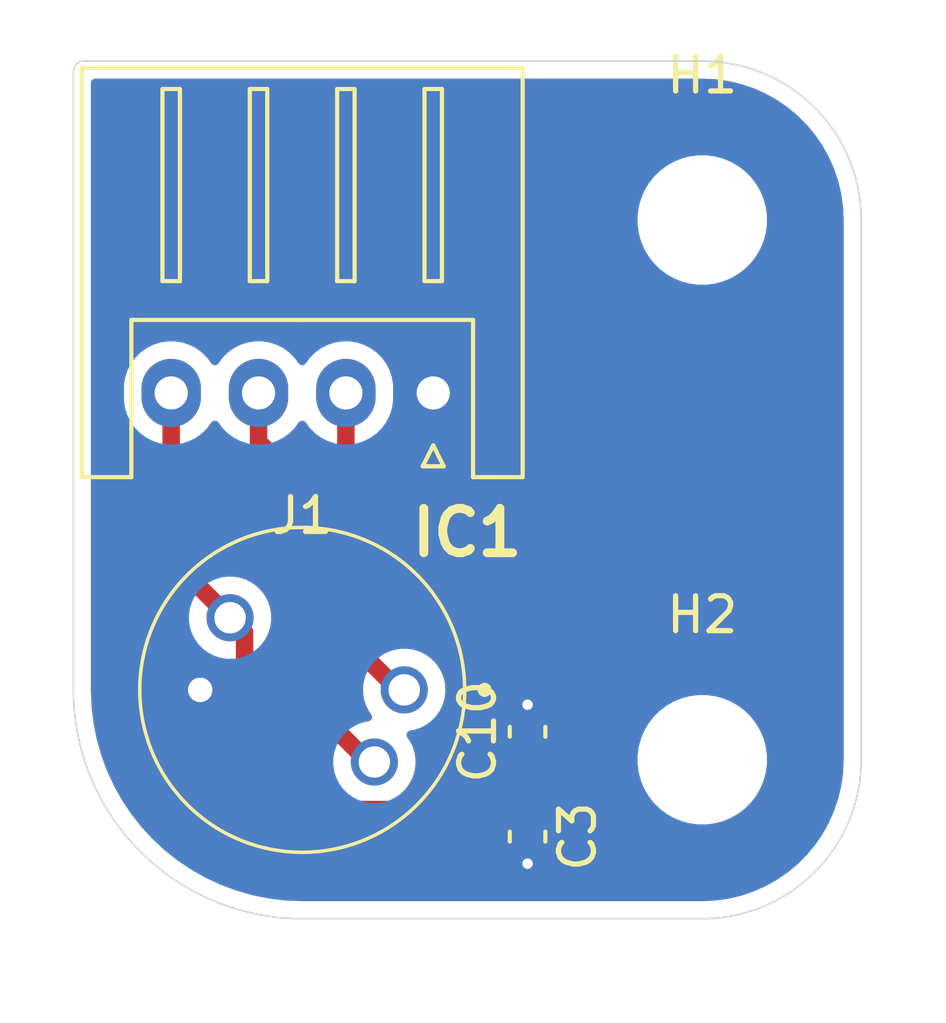
<source format=kicad_pcb>
(kicad_pcb (version 20241229) (generator "pcbnew") (generator_version "9.0")
  (layers (0 "F.Cu" signal) (2 "B.Cu" signal) (13 "F.Paste" user) (15 "B.Paste" user) (5 "F.SilkS" user "F.Silkscreen") (7 "B.SilkS" user "B.Silkscreen") (1 "F.Mask" user) (3 "B.Mask" user) (25 "Edge.Cuts" user))
  (net 0 "")
  (net 1 "VCC")
  (net 2 "Net-(IC1-SCL)")
  (net 3 "GND")
  (net 4 "Net-(IC1-SDA)")
  (footprint "SDM_MiscFootprint:MLX90640ESFBAB000SP" (layer "F.Cu") (at 50.17 100 180)
    (property "Reference" "IC1" (at -1.8 4.5 180) (layer "F.SilkS") (effects (font (size 1.27 1.27) (thickness 0.254))))
    (property "Value" "MLX90640ESF-BAB-000-SP" (hide yes))
    (fp_line (start 7.57 0) (end 7.57 0) (stroke (width 0.1)) (layer "F.SilkS"))
    (fp_line (start -1.73 0) (end -1.73 0) (stroke (width 0.1)) (layer "F.SilkS"))
    (fp_line (start -2.3 0.1) (end -2.3 0.1) (stroke (width 0.2)) (layer "F.SilkS"))
    (fp_line (start -2.3 -0.1) (end -2.3 -0.1) (stroke (width 0.2)) (layer "F.SilkS"))
    (fp_arc (start 7.57 0) (mid 2.92 4.65) (end -1.73 0) (stroke (width 0.1)) (layer "F.SilkS"))
    (fp_arc (start -1.73 0) (mid 2.92 -4.65) (end 7.57 0) (stroke (width 0.1)) (layer "F.SilkS"))
    (fp_arc (start -2.3 0.1) (mid -2.4 0) (end -2.3 -0.1) (stroke (width 0.2)) (layer "F.SilkS"))
    (fp_arc (start -2.3 -0.1) (mid -2.2 0) (end -2.3 0.1) (stroke (width 0.2)) (layer "F.SilkS"))
    (pad "1" thru_hole circle (at 0 0 180) (size 1.35 1.35) (drill 0.9) (layers "*.Cu" "*.Mask") (net 4 "Net-(IC1-SDA)"))
    (pad "2" thru_hole circle (at 4.985 2.065 180) (size 1.35 1.35) (drill 0.9) (layers "*.Cu" "*.Mask") (net 1 "VCC"))
    (pad "3" thru_hole circle (at 5.84 0 180) (size 1.2 1.2) (drill 0.7) (layers "*.Cu" "*.Mask") (net 3 "GND"))
    (pad "4" thru_hole circle (at 0.855 -2.065 180) (size 1.35 1.35) (drill 0.9) (layers "*.Cu" "*.Mask") (net 2 "Net-(IC1-SCL)"))
  )
  (footprint "Connector_JST:JST_XH_S4B-XH-A_1x04_P2.50mm_Horizontal" (layer "F.Cu") (at 51 91.5 180)
    (property "Reference" "J1" (at 3.75 -3.51 0) (layer "F.SilkS"))
    (property "Value" "Conn_01x04_Socket")
    (fp_line (start 10.06 9.31) (end 10.06 -2.41) (stroke (width 0.12)) (layer "F.SilkS"))
    (fp_line (start 10.06 -2.41) (end 8.64 -2.41) (stroke (width 0.12)) (layer "F.SilkS"))
    (fp_line (start 8.64 2.09) (end 3.75 2.09) (stroke (width 0.12)) (layer "F.SilkS"))
    (fp_line (start 8.64 -2.41) (end 8.64 2.09) (stroke (width 0.12)) (layer "F.SilkS"))
    (fp_line (start 7.75 8.7) (end 7.75 3.2) (stroke (width 0.12)) (layer "F.SilkS"))
    (fp_line (start 7.75 3.2) (end 7.25 3.2) (stroke (width 0.12)) (layer "F.SilkS"))
    (fp_line (start 7.25 8.7) (end 7.75 8.7) (stroke (width 0.12)) (layer "F.SilkS"))
    (fp_line (start 7.25 3.2) (end 7.25 8.7) (stroke (width 0.12)) (layer "F.SilkS"))
    (fp_line (start 5.25 8.7) (end 5.25 3.2) (stroke (width 0.12)) (layer "F.SilkS"))
    (fp_line (start 5.25 3.2) (end 4.75 3.2) (stroke (width 0.12)) (layer "F.SilkS"))
    (fp_line (start 4.75 8.7) (end 5.25 8.7) (stroke (width 0.12)) (layer "F.SilkS"))
    (fp_line (start 4.75 3.2) (end 4.75 8.7) (stroke (width 0.12)) (layer "F.SilkS"))
    (fp_line (start 3.75 9.31) (end 10.06 9.31) (stroke (width 0.12)) (layer "F.SilkS"))
    (fp_line (start 3.75 9.31) (end -2.56 9.31) (stroke (width 0.12)) (layer "F.SilkS"))
    (fp_line (start 2.75 8.7) (end 2.75 3.2) (stroke (width 0.12)) (layer "F.SilkS"))
    (fp_line (start 2.75 3.2) (end 2.25 3.2) (stroke (width 0.12)) (layer "F.SilkS"))
    (fp_line (start 2.25 8.7) (end 2.75 8.7) (stroke (width 0.12)) (layer "F.SilkS"))
    (fp_line (start 2.25 3.2) (end 2.25 8.7) (stroke (width 0.12)) (layer "F.SilkS"))
    (fp_line (start 0.3 -2.1) (end 0 -1.5) (stroke (width 0.12)) (layer "F.SilkS"))
    (fp_line (start 0.25 8.7) (end 0.25 3.2) (stroke (width 0.12)) (layer "F.SilkS"))
    (fp_line (start 0.25 3.2) (end -0.25 3.2) (stroke (width 0.12)) (layer "F.SilkS"))
    (fp_line (start 0 -1.5) (end -0.3 -2.1) (stroke (width 0.12)) (layer "F.SilkS"))
    (fp_line (start -0.25 8.7) (end 0.25 8.7) (stroke (width 0.12)) (layer "F.SilkS"))
    (fp_line (start -0.25 3.2) (end -0.25 8.7) (stroke (width 0.12)) (layer "F.SilkS"))
    (fp_line (start -0.3 -2.1) (end 0.3 -2.1) (stroke (width 0.12)) (layer "F.SilkS"))
    (fp_line (start -1.14 2.09) (end 3.75 2.09) (stroke (width 0.12)) (layer "F.SilkS"))
    (fp_line (start -1.14 -2.41) (end -1.14 2.09) (stroke (width 0.12)) (layer "F.SilkS"))
    (fp_line (start -2.56 9.31) (end -2.56 -2.41) (stroke (width 0.12)) (layer "F.SilkS"))
    (fp_line (start -2.56 -2.41) (end -1.14 -2.41) (stroke (width 0.12)) (layer "F.SilkS"))
    (pad "1" thru_hole roundrect (at 0 0 180) (size 1.7 1.95) (drill 0.95) (layers "*.Cu" "*.Mask") (roundrect_rratio 0.147059) (net 3 "GND"))
    (pad "2" thru_hole oval (at 2.5 0 180) (size 1.7 1.95) (drill 0.95) (layers "*.Cu" "*.Mask") (net 4 "Net-(IC1-SDA)"))
    (pad "3" thru_hole oval (at 5 0 180) (size 1.7 1.95) (drill 0.95) (layers "*.Cu" "*.Mask") (net 2 "Net-(IC1-SCL)"))
    (pad "4" thru_hole oval (at 7.5 0 180) (size 1.7 1.95) (drill 0.95) (layers "*.Cu" "*.Mask") (net 1 "VCC"))
  )
  (footprint "Capacitor_SMD:C_0603_1608Metric" (layer "F.Cu") (at 53.7 101.2 90)
    (property "Reference" "C10" (at 0 -1.43 90) (layer "F.SilkS"))
    (property "Value" "10uF")
    (fp_line (start -0.14058 -0.51) (end 0.14058 -0.51) (stroke (width 0.12)) (layer "F.SilkS"))
    (fp_line (start -0.14058 0.51) (end 0.14058 0.51) (stroke (width 0.12)) (layer "F.SilkS"))
    (pad "1" smd roundrect (at -0.775 0 90) (size 0.9 0.95) (layers "F.Cu" "F.Mask" "F.Paste") (net 1 "VCC"))
    (pad "2" smd roundrect (at 0.775 0 90) (size 0.9 0.95) (layers "F.Cu" "F.Mask" "F.Paste") (net 3 "GND"))
  )
  (footprint "MountingHole:MountingHole_3.2mm_M3" (layer "F.Cu") (at 58.7 86.55)
    (property "Reference" "H1" (at 0 -4.15 0) (layer "F.SilkS"))
    (property "Value" "M3")
    (pad "" np_thru_hole circle (at 0 0) (size 3.2 3.2) (drill 3.2) (layers "*.Cu" "*.Mask"))
  )
  (footprint "Capacitor_SMD:C_0603_1608Metric" (layer "F.Cu") (at 53.7 104.2 -90)
    (property "Reference" "C3" (at 0 -1.43 90) (layer "F.SilkS"))
    (property "Value" "100nF")
    (fp_line (start -0.14058 0.51) (end 0.14058 0.51) (stroke (width 0.12)) (layer "F.SilkS"))
    (fp_line (start -0.14058 -0.51) (end 0.14058 -0.51) (stroke (width 0.12)) (layer "F.SilkS"))
    (pad "1" smd roundrect (at -0.775 0 270) (size 0.9 0.95) (layers "F.Cu" "F.Mask" "F.Paste") (net 1 "VCC"))
    (pad "2" smd roundrect (at 0.775 0 270) (size 0.9 0.95) (layers "F.Cu" "F.Mask" "F.Paste") (net 3 "GND"))
  )
  (footprint "MountingHole:MountingHole_3.2mm_M3" (layer "F.Cu") (at 58.700001 102.000002)
    (property "Reference" "H2" (at 0 -4.15 0) (layer "F.SilkS"))
    (property "Value" "M3")
    (pad "" np_thru_hole circle (at 0 0) (size 3.2 3.2) (drill 3.2) (layers "*.Cu" "*.Mask"))
  )
  (gr_line (start 41 82) (end 58.7 82) (stroke (width 0.05)) (layer "Edge.Cuts"))
  (gr_line (start 40.7 100) (end 40.7 82.3) (stroke (width 0.05)) (layer "Edge.Cuts"))
  (gr_line (start 47.25 106.55) (end 58.7 106.55) (stroke (width 0.05)) (layer "Edge.Cuts"))
  (gr_arc (start 47.25 106.55) (mid 42.618451 104.631549) (end 40.7 100) (stroke (width 0.05)) (layer "Edge.Cuts"))
  (gr_arc (start 58.700001 82.000001) (mid 61.917336 83.332665) (end 63.249999 86.55) (stroke (width 0.05)) (layer "Edge.Cuts"))
  (gr_line (start 63.249999 102) (end 63.249999 86.55) (stroke (width 0.05)) (layer "Edge.Cuts"))
  (gr_arc (start 63.249999 102.000002) (mid 61.917335 105.217337) (end 58.7 106.55) (stroke (width 0.05)) (layer "Edge.Cuts"))
  (gr_arc (start 40.7 82.3) (mid 40.787868 82.087868) (end 41 82) (stroke (width 0.05)) (layer "Edge.Cuts"))
  (segment (start 47.925 103.425) (end 51.8 103.425) (width 0.5) (layer "F.Cu") (net 1))
  (segment (start 43.5 96.25) (end 45.185 97.935) (width 0.5) (layer "F.Cu") (net 1))
  (segment (start 52.25 103.425) (end 53.7 101.975) (width 0.5) (layer "F.Cu") (net 1))
  (segment (start 51.8 103.425) (end 52.25 103.425) (width 0.5) (layer "F.Cu") (net 1))
  (segment (start 51.8 103.425) (end 53.7 103.425) (width 0.5) (layer "F.Cu") (net 1))
  (segment (start 45.185 97.935) (end 45.6 98.35) (width 0.5) (layer "F.Cu") (net 1))
  (segment (start 45.6 101.1) (end 47.925 103.425) (width 0.5) (layer "F.Cu") (net 1))
  (segment (start 45.6 98.35) (end 45.6 101.1) (width 0.5) (layer "F.Cu") (net 1))
  (segment (start 43.5 91.5) (end 43.5 96.25) (width 0.5) (layer "F.Cu") (net 1))
  (segment (start 47 99.92) (end 49.145 102.065) (width 0.5) (layer "F.Cu") (net 2))
  (segment (start 47 93.9) (end 47 99.92) (width 0.5) (layer "F.Cu") (net 2))
  (segment (start 46 91.5) (end 46 92.9) (width 0.5) (layer "F.Cu") (net 2))
  (segment (start 46 92.9) (end 47 93.9) (width 0.5) (layer "F.Cu") (net 2))
  (segment (start 51.126 91.626) (end 51 91.5) (width 0.5) (layer "F.Cu") (net 3))
  (via (at 53.7 100.425) (size 0.6) (drill 0.3) (layers "F.Cu" "B.Cu") (net 3))
  (via (at 53.7 104.975) (size 0.6) (drill 0.3) (layers "F.Cu" "B.Cu") (net 3))
  (segment (start 48.5 91.5) (end 48.5 98.5) (width 0.5) (layer "F.Cu") (net 4))
  (segment (start 48.5 98.5) (end 50 100) (width 0.5) (layer "F.Cu") (net 4))
  (zone (net 3) (net_name "GND") (layer "B.Cu") (connect_pads yes (clearance 0.5)) (min_thickness 0.25) (fill yes (thermal_gap 0.5) (thermal_bridge_width 0.5))
    (polygon (pts (xy 39 81.3) (xy 65.08206 80.84771) (xy 65.686277 109.548012) (xy 38.6 109.4)))
  )
)
</source>
